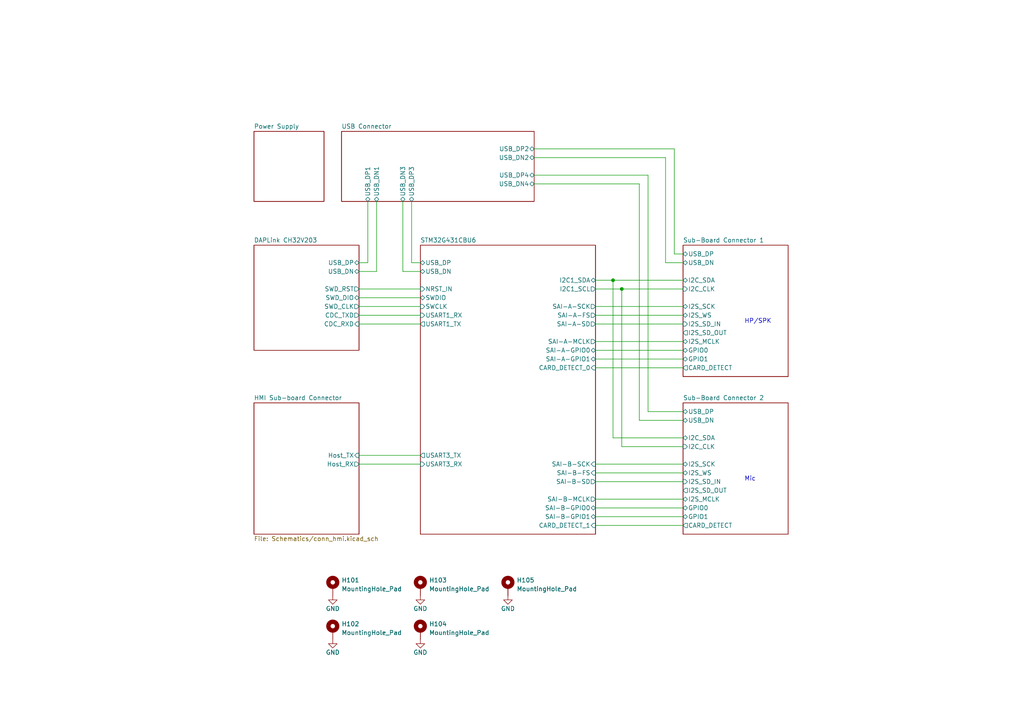
<source format=kicad_sch>
(kicad_sch (version 20230121) (generator eeschema)
  (paper "A4")
  (title_block (title "STM32 USB Audio Interface") (date "2023-04-15") (rev "A"))
  (lib_symbols
    (symbol "Mechanical:MountingHole_Pad" (pin_numbers hide) (pin_names (offset 1.016) hide)
      (property "Reference" "H" (at 0 6.35 0))
      (property "Value" "MountingHole_Pad" (at 0 4.445 0))
      (symbol "MountingHole_Pad_0_1"
        (circle (center 0 1.27) (radius 1.27) (stroke (width 1.27)))
      )
      (symbol "MountingHole_Pad_1_1"
        (pin input line (at 0 -2.54 90) (length 2.54) (name "1") (number "1"))
      )
    )
    (symbol "power:GND" (power) (pin_names (offset 0))
      (property "Value" "GND" (at 0 -3.81 0))
      (symbol "GND_0_1"
        (polyline (pts (xy 0 0) (xy 0 -1.27) (xy 1.27 -1.27) (xy 0 -2.54) (xy -1.27 -1.27) (xy 0 -1.27)))
      )
      (symbol "GND_1_1"
        (pin power_in line (at 0 0 270) (length 0) hide (name "GND") (number "1"))
      )
    )
  )
  (junction (at 177.8 81.28))
  (junction (at 180.34 83.82))
  (wire (pts (xy 172.72 149.86) (xy 198.12 149.86)))
  (wire (pts (xy 116.84 78.74) (xy 116.84 58.42)))
  (wire (pts (xy 177.8 81.28) (xy 198.12 81.28)))
  (wire (pts (xy 172.72 139.7) (xy 198.12 139.7)))
  (wire (pts (xy 193.04 45.72) (xy 193.04 76.2)))
  (wire (pts (xy 119.38 58.42) (xy 119.38 76.2)))
  (wire (pts (xy 104.14 134.62) (xy 121.92 134.62)))
  (wire (pts (xy 172.72 152.4) (xy 198.12 152.4)))
  (wire (pts (xy 104.14 86.36) (xy 121.92 86.36)))
  (wire (pts (xy 172.72 101.6) (xy 198.12 101.6)))
  (wire (pts (xy 172.72 106.68) (xy 198.12 106.68)))
  (wire (pts (xy 172.72 88.9) (xy 198.12 88.9)))
  (wire (pts (xy 121.92 78.74) (xy 116.84 78.74)))
  (wire (pts (xy 172.72 147.32) (xy 198.12 147.32)))
  (wire (pts (xy 172.72 93.98) (xy 198.12 93.98)))
  (wire (pts (xy 104.14 91.44) (xy 121.92 91.44)))
  (wire (pts (xy 172.72 81.28) (xy 177.8 81.28)))
  (wire (pts (xy 195.58 73.66) (xy 195.58 43.18)))
  (wire (pts (xy 104.14 88.9) (xy 121.92 88.9)))
  (wire (pts (xy 187.96 119.38) (xy 198.12 119.38)))
  (wire (pts (xy 106.68 58.42) (xy 106.68 76.2)))
  (wire (pts (xy 180.34 129.54) (xy 198.12 129.54)))
  (wire (pts (xy 185.42 121.92) (xy 198.12 121.92)))
  (wire (pts (xy 104.14 83.82) (xy 121.92 83.82)))
  (wire (pts (xy 193.04 76.2) (xy 198.12 76.2)))
  (wire (pts (xy 172.72 99.06) (xy 198.12 99.06)))
  (wire (pts (xy 109.22 78.74) (xy 104.14 78.74)))
  (wire (pts (xy 172.72 137.16) (xy 198.12 137.16)))
  (wire (pts (xy 106.68 76.2) (xy 104.14 76.2)))
  (wire (pts (xy 180.34 83.82) (xy 180.34 129.54)))
  (wire (pts (xy 177.8 127) (xy 198.12 127)))
  (wire (pts (xy 172.72 104.14) (xy 198.12 104.14)))
  (wire (pts (xy 172.72 144.78) (xy 198.12 144.78)))
  (wire (pts (xy 172.72 91.44) (xy 198.12 91.44)))
  (wire (pts (xy 187.96 119.38) (xy 187.96 50.8)))
  (wire (pts (xy 180.34 83.82) (xy 198.12 83.82)))
  (wire (pts (xy 154.94 50.8) (xy 187.96 50.8)))
  (wire (pts (xy 109.22 58.42) (xy 109.22 78.74)))
  (wire (pts (xy 154.94 45.72) (xy 193.04 45.72)))
  (wire (pts (xy 198.12 73.66) (xy 195.58 73.66)))
  (wire (pts (xy 104.14 93.98) (xy 121.92 93.98)))
  (wire (pts (xy 154.94 53.34) (xy 185.42 53.34)))
  (wire (pts (xy 185.42 53.34) (xy 185.42 121.92)))
  (wire (pts (xy 119.38 76.2) (xy 121.92 76.2)))
  (wire (pts (xy 177.8 81.28) (xy 177.8 127)))
  (wire (pts (xy 195.58 43.18) (xy 154.94 43.18)))
  (wire (pts (xy 104.14 132.08) (xy 121.92 132.08)))
  (wire (pts (xy 172.72 83.82) (xy 180.34 83.82)))
  (wire (pts (xy 172.72 134.62) (xy 198.12 134.62)))
  (text "HP/SPK" (at 215.9 93.98 0) (effects (font (size 1.27 1.27)) (justify left bottom)))
  (text "Mic" (at 215.9 139.7 0) (effects (font (size 1.27 1.27)) (justify left bottom)))
  (symbol (lib_id "power:GND") (at 96.52 185.42 0) (unit 1)
    (property "Reference" "#PWR0102" (effects hide))
    (property "Value" "GND" (at 96.52 189.23 0))
  )
  (symbol (lib_id "power:GND") (at 147.32 172.72 0) (unit 1)
    (property "Reference" "#PWR0105" (effects hide))
    (property "Value" "GND" (at 147.32 176.53 0))
  )
  (symbol (lib_id "Mechanical:MountingHole_Pad") (at 121.92 182.88 0) (unit 1)
    (property "Reference" "H104" (at 124.46 180.975 0) (effects (justify left)))
    (property "Value" "MountingHole_Pad" (at 124.46 183.515 0) (effects (justify left)))
    (property "Footprint" "MountingHole:MountingHole_2.2mm_M2_Pad_Via" (effects hide))
  )
  (symbol (lib_id "Mechanical:MountingHole_Pad") (at 96.52 182.88 0) (unit 1)
    (property "Reference" "H102" (at 99.06 180.975 0) (effects (justify left)))
    (property "Value" "MountingHole_Pad" (at 99.06 183.515 0) (effects (justify left)))
    (property "Footprint" "MountingHole:MountingHole_2.2mm_M2_Pad_Via" (effects hide))
  )
  (symbol (lib_id "Mechanical:MountingHole_Pad") (at 96.52 170.18 0) (unit 1)
    (property "Reference" "H101" (at 99.06 168.275 0) (effects (justify left)))
    (property "Value" "MountingHole_Pad" (at 99.06 170.815 0) (effects (justify left)))
    (property "Footprint" "MountingHole:MountingHole_2.2mm_M2_Pad_Via" (effects hide))
  )
  (symbol (lib_id "power:GND") (at 121.92 172.72 0) (unit 1)
    (property "Reference" "#PWR0103" (effects hide))
    (property "Value" "GND" (at 121.92 176.53 0))
  )
  (symbol (lib_id "Mechanical:MountingHole_Pad") (at 147.32 170.18 0) (unit 1)
    (property "Reference" "H105" (at 149.86 168.275 0) (effects (justify left)))
    (property "Value" "MountingHole_Pad" (at 149.86 170.815 0) (effects (justify left)))
    (property "Footprint" "MountingHole:MountingHole_2.2mm_M2_Pad_Via" (effects hide))
  )
  (symbol (lib_id "Mechanical:MountingHole_Pad") (at 121.92 170.18 0) (unit 1)
    (property "Reference" "H103" (at 124.46 168.275 0) (effects (justify left)))
    (property "Value" "MountingHole_Pad" (at 124.46 170.815 0) (effects (justify left)))
    (property "Footprint" "MountingHole:MountingHole_2.2mm_M2_Pad_Via" (effects hide))
  )
  (symbol (lib_id "power:GND") (at 96.52 172.72 0) (unit 1)
    (property "Reference" "#PWR0101" (effects hide))
    (property "Value" "GND" (at 96.52 176.53 0))
  )
  (symbol (lib_id "power:GND") (at 121.92 185.42 0) (unit 1)
    (property "Reference" "#PWR0104" (effects hide))
    (property "Value" "GND" (at 121.92 189.23 0))
  )
  (sheet (at 73.66 38.1) (size 20.32 20.32) (stroke (width 0.1524))
    (property "Sheetname" "Power Supply" (at 73.66 37.3884 0) (effects (justify left bottom)))
    (property "Sheetfile" "Schematics/pwr.kicad_sch" (effects hide))
  )
  (sheet (at 73.66 116.84) (size 30.48 38.1) (stroke (width 0.1524))
    (property "Sheetname" "HMI Sub-board Connector" (at 73.66 116.1284 0) (effects (justify left bottom)))
    (property "Sheetfile" "Schematics/conn_hmi.kicad_sch" (at 73.66 155.5246 0) (effects (justify left top)))
    (pin "Host_TX" input (at 104.14 132.08 0))
    (pin "Host_RX" output (at 104.14 134.62 0))
  )
  (sheet (at 73.66 71.12) (size 30.48 30.48) (stroke (width 0.1524))
    (property "Sheetname" "DAPLink CH32V203" (at 73.66 70.4084 0) (effects (justify left bottom)))
    (property "Sheetfile" "Schematics/mcu_daplink_ch32v203.kicad_sch" (effects hide))
    (pin "CDC_TXD" output (at 104.14 91.44 0))
    (pin "SWD_CLK" output (at 104.14 88.9 0))
    (pin "SWD_DIO" bidirectional (at 104.14 86.36 0))
    (pin "SWD_RST" output (at 104.14 83.82 0))
    (pin "CDC_RXD" input (at 104.14 93.98 0))
    (pin "USB_DN" bidirectional (at 104.14 78.74 0))
    (pin "USB_DP" bidirectional (at 104.14 76.2 0))
  )
  (sheet (at 198.12 71.12) (size 30.48 38.1) (stroke (width 0.1524))
    (property "Sheetname" "Sub-Board Connector 1" (at 198.12 70.4084 0) (effects (justify left bottom)))
    (property "Sheetfile" "Schematics/conn_m2vert_subbrdmod.kicad_sch" (effects hide))
    (pin "I2C_SDA" bidirectional (at 198.12 81.28 180))
    (pin "I2C_CLK" input (at 198.12 83.82 180))
    (pin "GPIO1" bidirectional (at 198.12 104.14 180))
    (pin "I2S_WS" bidirectional (at 198.12 91.44 180))
    (pin "I2S_SD_OUT" output (at 198.12 96.52 180))
    (pin "I2S_SCK" bidirectional (at 198.12 88.9 180))
    (pin "I2S_MCLK" bidirectional (at 198.12 99.06 180))
    (pin "GPIO0" bidirectional (at 198.12 101.6 180))
    (pin "I2S_SD_IN" input (at 198.12 93.98 180))
    (pin "USB_DN" bidirectional (at 198.12 76.2 180))
    (pin "USB_DP" bidirectional (at 198.12 73.66 180))
    (pin "CARD_DETECT" output (at 198.12 106.68 180))
  )
  (sheet (at 99.06 38.1) (size 55.88 20.32) (stroke (width 0.1524))
    (property "Sheetname" "USB Connector" (at 99.06 37.3884 0) (effects (justify left bottom)))
    (property "Sheetfile" "Schematics/conn_usb.kicad_sch" (effects hide))
    (pin "USB_DP1" bidirectional (at 106.68 58.42 270))
    (pin "USB_DP2" bidirectional (at 154.94 43.18 0))
    (pin "USB_DN1" bidirectional (at 109.22 58.42 270))
    (pin "USB_DN3" bidirectional (at 116.84 58.42 270))
    (pin "USB_DP3" bidirectional (at 119.38 58.42 270))
    (pin "USB_DP4" bidirectional (at 154.94 50.8 0))
    (pin "USB_DN2" bidirectional (at 154.94 45.72 0))
    (pin "USB_DN4" bidirectional (at 154.94 53.34 0))
  )
  (sheet (at 121.92 71.12) (size 50.8 83.82) (stroke (width 0.1524))
    (property "Sheetname" "STM32G431CBU6" (at 121.92 70.4084 0) (effects (justify left bottom)))
    (property "Sheetfile" "Schematics/mcu_stm32g431.kicad_sch" (effects hide))
    (pin "USB_DN" bidirectional (at 121.92 78.74 180))
    (pin "USB_DP" bidirectional (at 121.92 76.2 180))
    (pin "SWCLK" input (at 121.92 88.9 180))
    (pin "SWDIO" bidirectional (at 121.92 86.36 180))
    (pin "NRST_IN" input (at 121.92 83.82 180))
    (pin "USART1_RX" input (at 121.92 91.44 180))
    (pin "USART1_TX" output (at 121.92 93.98 180))
    (pin "I2C1_SDA" bidirectional (at 172.72 81.28 0))
    (pin "I2C1_SCL" output (at 172.72 83.82 0))
    (pin "SAI-A-SCK" output (at 172.72 88.9 0))
    (pin "SAI-A-FS" output (at 172.72 91.44 0))
    (pin "SAI-A-SD" output (at 172.72 93.98 0))
    (pin "SAI-A-MCLK" output (at 172.72 99.06 0))
    (pin "SAI-A-GPIO1" bidirectional (at 172.72 104.14 0))
    (pin "SAI-A-GPIO0" bidirectional (at 172.72 101.6 0))
    (pin "SAI-B-MCLK" output (at 172.72 144.78 0))
    (pin "SAI-B-SD" output (at 172.72 139.7 0))
    (pin "SAI-B-FS" input (at 172.72 137.16 0))
    (pin "SAI-B-SCK" input (at 172.72 134.62 0))
    (pin "SAI-B-GPIO0" bidirectional (at 172.72 147.32 0))
    (pin "SAI-B-GPIO1" bidirectional (at 172.72 149.86 0))
    (pin "CARD_DETECT_0" input (at 172.72 106.68 0))
    (pin "CARD_DETECT_1" input (at 172.72 152.4 0))
    (pin "USART3_RX" input (at 121.92 134.62 180))
    (pin "USART3_TX" output (at 121.92 132.08 180))
  )
  (sheet (at 198.12 116.84) (size 30.48 38.1) (stroke (width 0.1524))
    (property "Sheetname" "Sub-Board Connector 2" (at 198.12 116.1284 0) (effects (justify left bottom)))
    (property "Sheetfile" "Schematics/conn_m2vert_subbrdmod.kicad_sch" (effects hide))
    (pin "I2C_SDA" bidirectional (at 198.12 127 180))
    (pin "I2C_CLK" input (at 198.12 129.54 180))
    (pin "GPIO1" bidirectional (at 198.12 149.86 180))
    (pin "I2S_WS" bidirectional (at 198.12 137.16 180))
    (pin "I2S_SD_OUT" output (at 198.12 142.24 180))
    (pin "I2S_SCK" bidirectional (at 198.12 134.62 180))
    (pin "I2S_MCLK" bidirectional (at 198.12 144.78 180))
    (pin "GPIO0" bidirectional (at 198.12 147.32 180))
    (pin "I2S_SD_IN" input (at 198.12 139.7 180))
    (pin "USB_DN" bidirectional (at 198.12 121.92 180))
    (pin "USB_DP" bidirectional (at 198.12 119.38 180))
    (pin "CARD_DETECT" output (at 198.12 152.4 180))
  )
)
</source>
